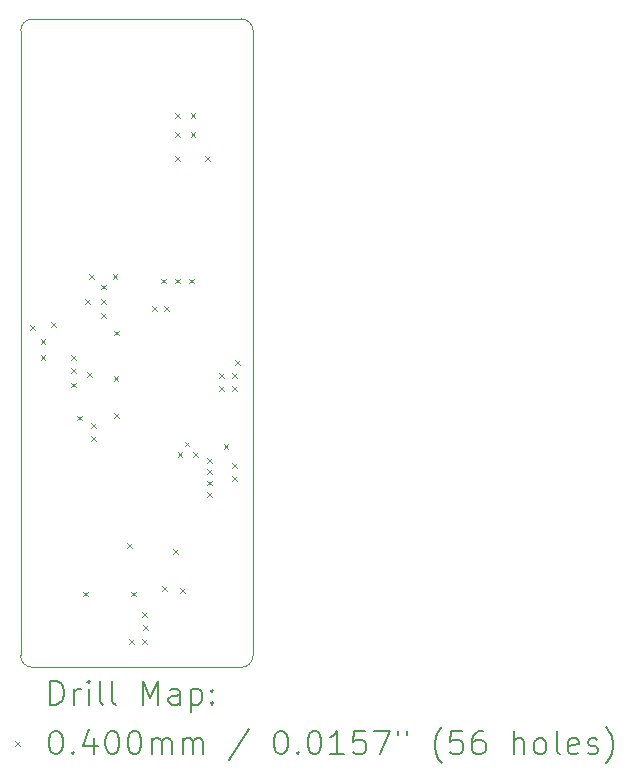
<source format=gbr>
%TF.GenerationSoftware,KiCad,Pcbnew,(6.0.7-1)-1*%
%TF.CreationDate,2022-09-21T15:36:25+10:00*%
%TF.ProjectId,open_jip,6f70656e-5f6a-4697-902e-6b696361645f,rev?*%
%TF.SameCoordinates,Original*%
%TF.FileFunction,Drillmap*%
%TF.FilePolarity,Positive*%
%FSLAX45Y45*%
G04 Gerber Fmt 4.5, Leading zero omitted, Abs format (unit mm)*
G04 Created by KiCad (PCBNEW (6.0.7-1)-1) date 2022-09-21 15:36:25*
%MOMM*%
%LPD*%
G01*
G04 APERTURE LIST*
%ADD10C,0.100000*%
%ADD11C,0.200000*%
%ADD12C,0.040000*%
G04 APERTURE END LIST*
D10*
X11549289Y-12370000D02*
X11549289Y-7080711D01*
X9680711Y-6980711D02*
G75*
G03*
X9580711Y-7080711I-1J-99999D01*
G01*
X9580000Y-7080000D02*
X9580000Y-12370000D01*
X11549289Y-7080711D02*
G75*
G03*
X11449289Y-6980711I-99999J1D01*
G01*
X11449289Y-12469999D02*
G75*
G03*
X11549289Y-12370000I1J99999D01*
G01*
X11449289Y-6980711D02*
X9680711Y-6980711D01*
X9580000Y-12370000D02*
G75*
G03*
X9680000Y-12470000I100000J0D01*
G01*
X11410000Y-12470000D02*
X11449289Y-12470000D01*
X9680000Y-12470000D02*
X11410000Y-12470000D01*
D11*
D12*
X9660000Y-9570000D02*
X9700000Y-9610000D01*
X9700000Y-9570000D02*
X9660000Y-9610000D01*
X9750000Y-9690000D02*
X9790000Y-9730000D01*
X9790000Y-9690000D02*
X9750000Y-9730000D01*
X9750000Y-9830000D02*
X9790000Y-9870000D01*
X9790000Y-9830000D02*
X9750000Y-9870000D01*
X9840000Y-9550000D02*
X9880000Y-9590000D01*
X9880000Y-9550000D02*
X9840000Y-9590000D01*
X10010000Y-9830000D02*
X10050000Y-9870000D01*
X10050000Y-9830000D02*
X10010000Y-9870000D01*
X10010000Y-9940000D02*
X10050000Y-9980000D01*
X10050000Y-9940000D02*
X10010000Y-9980000D01*
X10010000Y-10060000D02*
X10050000Y-10100000D01*
X10050000Y-10060000D02*
X10010000Y-10100000D01*
X10060000Y-10340000D02*
X10100000Y-10380000D01*
X10100000Y-10340000D02*
X10060000Y-10380000D01*
X10110000Y-11830000D02*
X10150000Y-11870000D01*
X10150000Y-11830000D02*
X10110000Y-11870000D01*
X10130000Y-9350000D02*
X10170000Y-9390000D01*
X10170000Y-9350000D02*
X10130000Y-9390000D01*
X10145000Y-9970000D02*
X10185000Y-10010000D01*
X10185000Y-9970000D02*
X10145000Y-10010000D01*
X10160000Y-9140000D02*
X10200000Y-9180000D01*
X10200000Y-9140000D02*
X10160000Y-9180000D01*
X10180000Y-10400000D02*
X10220000Y-10440000D01*
X10220000Y-10400000D02*
X10180000Y-10440000D01*
X10180000Y-10510000D02*
X10220000Y-10550000D01*
X10220000Y-10510000D02*
X10180000Y-10550000D01*
X10260000Y-9230000D02*
X10300000Y-9270000D01*
X10300000Y-9230000D02*
X10260000Y-9270000D01*
X10260000Y-9350000D02*
X10300000Y-9390000D01*
X10300000Y-9350000D02*
X10260000Y-9390000D01*
X10260000Y-9470000D02*
X10300000Y-9510000D01*
X10300000Y-9470000D02*
X10260000Y-9510000D01*
X10360000Y-9140000D02*
X10400000Y-9180000D01*
X10400000Y-9140000D02*
X10360000Y-9180000D01*
X10368750Y-10005000D02*
X10408750Y-10045000D01*
X10408750Y-10005000D02*
X10368750Y-10045000D01*
X10370000Y-9620000D02*
X10410000Y-9660000D01*
X10410000Y-9620000D02*
X10370000Y-9660000D01*
X10370000Y-10320000D02*
X10410000Y-10360000D01*
X10410000Y-10320000D02*
X10370000Y-10360000D01*
X10480000Y-11420000D02*
X10520000Y-11460000D01*
X10520000Y-11420000D02*
X10480000Y-11460000D01*
X10500000Y-12230000D02*
X10540000Y-12270000D01*
X10540000Y-12230000D02*
X10500000Y-12270000D01*
X10516619Y-11829480D02*
X10556619Y-11869480D01*
X10556619Y-11829480D02*
X10516619Y-11869480D01*
X10609576Y-12000424D02*
X10649576Y-12040424D01*
X10649576Y-12000424D02*
X10609576Y-12040424D01*
X10610000Y-12230000D02*
X10650000Y-12270000D01*
X10650000Y-12230000D02*
X10610000Y-12270000D01*
X10620000Y-12110000D02*
X10660000Y-12150000D01*
X10660000Y-12110000D02*
X10620000Y-12150000D01*
X10693750Y-9411250D02*
X10733750Y-9451250D01*
X10733750Y-9411250D02*
X10693750Y-9451250D01*
X10770000Y-9180000D02*
X10810000Y-9220000D01*
X10810000Y-9180000D02*
X10770000Y-9220000D01*
X10780000Y-11780000D02*
X10820000Y-11820000D01*
X10820000Y-11780000D02*
X10780000Y-11820000D01*
X10793750Y-9411250D02*
X10833750Y-9451250D01*
X10833750Y-9411250D02*
X10793750Y-9451250D01*
X10870000Y-11470000D02*
X10910000Y-11510000D01*
X10910000Y-11470000D02*
X10870000Y-11510000D01*
X10890000Y-7780000D02*
X10930000Y-7820000D01*
X10930000Y-7780000D02*
X10890000Y-7820000D01*
X10890000Y-7940000D02*
X10930000Y-7980000D01*
X10930000Y-7940000D02*
X10890000Y-7980000D01*
X10890000Y-8140000D02*
X10930000Y-8180000D01*
X10930000Y-8140000D02*
X10890000Y-8180000D01*
X10890000Y-9180000D02*
X10930000Y-9220000D01*
X10930000Y-9180000D02*
X10890000Y-9220000D01*
X10910000Y-10650000D02*
X10950000Y-10690000D01*
X10950000Y-10650000D02*
X10910000Y-10690000D01*
X10930000Y-11800000D02*
X10970000Y-11840000D01*
X10970000Y-11800000D02*
X10930000Y-11840000D01*
X10970000Y-10560000D02*
X11010000Y-10600000D01*
X11010000Y-10560000D02*
X10970000Y-10600000D01*
X11010000Y-9180000D02*
X11050000Y-9220000D01*
X11050000Y-9180000D02*
X11010000Y-9220000D01*
X11020000Y-7780000D02*
X11060000Y-7820000D01*
X11060000Y-7780000D02*
X11020000Y-7820000D01*
X11020000Y-7940000D02*
X11060000Y-7980000D01*
X11060000Y-7940000D02*
X11020000Y-7980000D01*
X11040000Y-10650000D02*
X11080000Y-10690000D01*
X11080000Y-10650000D02*
X11040000Y-10690000D01*
X11140000Y-8140000D02*
X11180000Y-8180000D01*
X11180000Y-8140000D02*
X11140000Y-8180000D01*
X11160000Y-10700000D02*
X11200000Y-10740000D01*
X11200000Y-10700000D02*
X11160000Y-10740000D01*
X11160000Y-10790000D02*
X11200000Y-10830000D01*
X11200000Y-10790000D02*
X11160000Y-10830000D01*
X11160000Y-10890000D02*
X11200000Y-10930000D01*
X11200000Y-10890000D02*
X11160000Y-10930000D01*
X11160000Y-10990000D02*
X11200000Y-11030000D01*
X11200000Y-10990000D02*
X11160000Y-11030000D01*
X11260000Y-9980000D02*
X11300000Y-10020000D01*
X11300000Y-9980000D02*
X11260000Y-10020000D01*
X11260000Y-10090000D02*
X11300000Y-10130000D01*
X11300000Y-10090000D02*
X11260000Y-10130000D01*
X11300000Y-10580000D02*
X11340000Y-10620000D01*
X11340000Y-10580000D02*
X11300000Y-10620000D01*
X11370000Y-9980000D02*
X11410000Y-10020000D01*
X11410000Y-9980000D02*
X11370000Y-10020000D01*
X11370000Y-10090000D02*
X11410000Y-10130000D01*
X11410000Y-10090000D02*
X11370000Y-10130000D01*
X11370000Y-10740000D02*
X11410000Y-10780000D01*
X11410000Y-10740000D02*
X11370000Y-10780000D01*
X11370000Y-10850000D02*
X11410000Y-10890000D01*
X11410000Y-10850000D02*
X11370000Y-10890000D01*
X11400000Y-9870000D02*
X11440000Y-9910000D01*
X11440000Y-9870000D02*
X11400000Y-9910000D01*
D11*
X9832619Y-12785476D02*
X9832619Y-12585476D01*
X9880238Y-12585476D01*
X9908810Y-12595000D01*
X9927857Y-12614048D01*
X9937381Y-12633095D01*
X9946905Y-12671190D01*
X9946905Y-12699762D01*
X9937381Y-12737857D01*
X9927857Y-12756905D01*
X9908810Y-12775952D01*
X9880238Y-12785476D01*
X9832619Y-12785476D01*
X10032619Y-12785476D02*
X10032619Y-12652143D01*
X10032619Y-12690238D02*
X10042143Y-12671190D01*
X10051667Y-12661667D01*
X10070714Y-12652143D01*
X10089762Y-12652143D01*
X10156429Y-12785476D02*
X10156429Y-12652143D01*
X10156429Y-12585476D02*
X10146905Y-12595000D01*
X10156429Y-12604524D01*
X10165952Y-12595000D01*
X10156429Y-12585476D01*
X10156429Y-12604524D01*
X10280238Y-12785476D02*
X10261190Y-12775952D01*
X10251667Y-12756905D01*
X10251667Y-12585476D01*
X10385000Y-12785476D02*
X10365952Y-12775952D01*
X10356429Y-12756905D01*
X10356429Y-12585476D01*
X10613571Y-12785476D02*
X10613571Y-12585476D01*
X10680238Y-12728333D01*
X10746905Y-12585476D01*
X10746905Y-12785476D01*
X10927857Y-12785476D02*
X10927857Y-12680714D01*
X10918333Y-12661667D01*
X10899286Y-12652143D01*
X10861190Y-12652143D01*
X10842143Y-12661667D01*
X10927857Y-12775952D02*
X10908810Y-12785476D01*
X10861190Y-12785476D01*
X10842143Y-12775952D01*
X10832619Y-12756905D01*
X10832619Y-12737857D01*
X10842143Y-12718809D01*
X10861190Y-12709286D01*
X10908810Y-12709286D01*
X10927857Y-12699762D01*
X11023095Y-12652143D02*
X11023095Y-12852143D01*
X11023095Y-12661667D02*
X11042143Y-12652143D01*
X11080238Y-12652143D01*
X11099286Y-12661667D01*
X11108810Y-12671190D01*
X11118333Y-12690238D01*
X11118333Y-12747381D01*
X11108810Y-12766428D01*
X11099286Y-12775952D01*
X11080238Y-12785476D01*
X11042143Y-12785476D01*
X11023095Y-12775952D01*
X11204048Y-12766428D02*
X11213571Y-12775952D01*
X11204048Y-12785476D01*
X11194524Y-12775952D01*
X11204048Y-12766428D01*
X11204048Y-12785476D01*
X11204048Y-12661667D02*
X11213571Y-12671190D01*
X11204048Y-12680714D01*
X11194524Y-12671190D01*
X11204048Y-12661667D01*
X11204048Y-12680714D01*
D12*
X9535000Y-13095000D02*
X9575000Y-13135000D01*
X9575000Y-13095000D02*
X9535000Y-13135000D01*
D11*
X9870714Y-13005476D02*
X9889762Y-13005476D01*
X9908810Y-13015000D01*
X9918333Y-13024524D01*
X9927857Y-13043571D01*
X9937381Y-13081667D01*
X9937381Y-13129286D01*
X9927857Y-13167381D01*
X9918333Y-13186428D01*
X9908810Y-13195952D01*
X9889762Y-13205476D01*
X9870714Y-13205476D01*
X9851667Y-13195952D01*
X9842143Y-13186428D01*
X9832619Y-13167381D01*
X9823095Y-13129286D01*
X9823095Y-13081667D01*
X9832619Y-13043571D01*
X9842143Y-13024524D01*
X9851667Y-13015000D01*
X9870714Y-13005476D01*
X10023095Y-13186428D02*
X10032619Y-13195952D01*
X10023095Y-13205476D01*
X10013571Y-13195952D01*
X10023095Y-13186428D01*
X10023095Y-13205476D01*
X10204048Y-13072143D02*
X10204048Y-13205476D01*
X10156429Y-12995952D02*
X10108810Y-13138809D01*
X10232619Y-13138809D01*
X10346905Y-13005476D02*
X10365952Y-13005476D01*
X10385000Y-13015000D01*
X10394524Y-13024524D01*
X10404048Y-13043571D01*
X10413571Y-13081667D01*
X10413571Y-13129286D01*
X10404048Y-13167381D01*
X10394524Y-13186428D01*
X10385000Y-13195952D01*
X10365952Y-13205476D01*
X10346905Y-13205476D01*
X10327857Y-13195952D01*
X10318333Y-13186428D01*
X10308810Y-13167381D01*
X10299286Y-13129286D01*
X10299286Y-13081667D01*
X10308810Y-13043571D01*
X10318333Y-13024524D01*
X10327857Y-13015000D01*
X10346905Y-13005476D01*
X10537381Y-13005476D02*
X10556429Y-13005476D01*
X10575476Y-13015000D01*
X10585000Y-13024524D01*
X10594524Y-13043571D01*
X10604048Y-13081667D01*
X10604048Y-13129286D01*
X10594524Y-13167381D01*
X10585000Y-13186428D01*
X10575476Y-13195952D01*
X10556429Y-13205476D01*
X10537381Y-13205476D01*
X10518333Y-13195952D01*
X10508810Y-13186428D01*
X10499286Y-13167381D01*
X10489762Y-13129286D01*
X10489762Y-13081667D01*
X10499286Y-13043571D01*
X10508810Y-13024524D01*
X10518333Y-13015000D01*
X10537381Y-13005476D01*
X10689762Y-13205476D02*
X10689762Y-13072143D01*
X10689762Y-13091190D02*
X10699286Y-13081667D01*
X10718333Y-13072143D01*
X10746905Y-13072143D01*
X10765952Y-13081667D01*
X10775476Y-13100714D01*
X10775476Y-13205476D01*
X10775476Y-13100714D02*
X10785000Y-13081667D01*
X10804048Y-13072143D01*
X10832619Y-13072143D01*
X10851667Y-13081667D01*
X10861190Y-13100714D01*
X10861190Y-13205476D01*
X10956429Y-13205476D02*
X10956429Y-13072143D01*
X10956429Y-13091190D02*
X10965952Y-13081667D01*
X10985000Y-13072143D01*
X11013571Y-13072143D01*
X11032619Y-13081667D01*
X11042143Y-13100714D01*
X11042143Y-13205476D01*
X11042143Y-13100714D02*
X11051667Y-13081667D01*
X11070714Y-13072143D01*
X11099286Y-13072143D01*
X11118333Y-13081667D01*
X11127857Y-13100714D01*
X11127857Y-13205476D01*
X11518333Y-12995952D02*
X11346905Y-13253095D01*
X11775476Y-13005476D02*
X11794524Y-13005476D01*
X11813571Y-13015000D01*
X11823095Y-13024524D01*
X11832619Y-13043571D01*
X11842143Y-13081667D01*
X11842143Y-13129286D01*
X11832619Y-13167381D01*
X11823095Y-13186428D01*
X11813571Y-13195952D01*
X11794524Y-13205476D01*
X11775476Y-13205476D01*
X11756428Y-13195952D01*
X11746905Y-13186428D01*
X11737381Y-13167381D01*
X11727857Y-13129286D01*
X11727857Y-13081667D01*
X11737381Y-13043571D01*
X11746905Y-13024524D01*
X11756428Y-13015000D01*
X11775476Y-13005476D01*
X11927857Y-13186428D02*
X11937381Y-13195952D01*
X11927857Y-13205476D01*
X11918333Y-13195952D01*
X11927857Y-13186428D01*
X11927857Y-13205476D01*
X12061190Y-13005476D02*
X12080238Y-13005476D01*
X12099286Y-13015000D01*
X12108809Y-13024524D01*
X12118333Y-13043571D01*
X12127857Y-13081667D01*
X12127857Y-13129286D01*
X12118333Y-13167381D01*
X12108809Y-13186428D01*
X12099286Y-13195952D01*
X12080238Y-13205476D01*
X12061190Y-13205476D01*
X12042143Y-13195952D01*
X12032619Y-13186428D01*
X12023095Y-13167381D01*
X12013571Y-13129286D01*
X12013571Y-13081667D01*
X12023095Y-13043571D01*
X12032619Y-13024524D01*
X12042143Y-13015000D01*
X12061190Y-13005476D01*
X12318333Y-13205476D02*
X12204048Y-13205476D01*
X12261190Y-13205476D02*
X12261190Y-13005476D01*
X12242143Y-13034048D01*
X12223095Y-13053095D01*
X12204048Y-13062619D01*
X12499286Y-13005476D02*
X12404048Y-13005476D01*
X12394524Y-13100714D01*
X12404048Y-13091190D01*
X12423095Y-13081667D01*
X12470714Y-13081667D01*
X12489762Y-13091190D01*
X12499286Y-13100714D01*
X12508809Y-13119762D01*
X12508809Y-13167381D01*
X12499286Y-13186428D01*
X12489762Y-13195952D01*
X12470714Y-13205476D01*
X12423095Y-13205476D01*
X12404048Y-13195952D01*
X12394524Y-13186428D01*
X12575476Y-13005476D02*
X12708809Y-13005476D01*
X12623095Y-13205476D01*
X12775476Y-13005476D02*
X12775476Y-13043571D01*
X12851667Y-13005476D02*
X12851667Y-13043571D01*
X13146905Y-13281667D02*
X13137381Y-13272143D01*
X13118333Y-13243571D01*
X13108809Y-13224524D01*
X13099286Y-13195952D01*
X13089762Y-13148333D01*
X13089762Y-13110238D01*
X13099286Y-13062619D01*
X13108809Y-13034048D01*
X13118333Y-13015000D01*
X13137381Y-12986428D01*
X13146905Y-12976905D01*
X13318333Y-13005476D02*
X13223095Y-13005476D01*
X13213571Y-13100714D01*
X13223095Y-13091190D01*
X13242143Y-13081667D01*
X13289762Y-13081667D01*
X13308809Y-13091190D01*
X13318333Y-13100714D01*
X13327857Y-13119762D01*
X13327857Y-13167381D01*
X13318333Y-13186428D01*
X13308809Y-13195952D01*
X13289762Y-13205476D01*
X13242143Y-13205476D01*
X13223095Y-13195952D01*
X13213571Y-13186428D01*
X13499286Y-13005476D02*
X13461190Y-13005476D01*
X13442143Y-13015000D01*
X13432619Y-13024524D01*
X13413571Y-13053095D01*
X13404048Y-13091190D01*
X13404048Y-13167381D01*
X13413571Y-13186428D01*
X13423095Y-13195952D01*
X13442143Y-13205476D01*
X13480238Y-13205476D01*
X13499286Y-13195952D01*
X13508809Y-13186428D01*
X13518333Y-13167381D01*
X13518333Y-13119762D01*
X13508809Y-13100714D01*
X13499286Y-13091190D01*
X13480238Y-13081667D01*
X13442143Y-13081667D01*
X13423095Y-13091190D01*
X13413571Y-13100714D01*
X13404048Y-13119762D01*
X13756428Y-13205476D02*
X13756428Y-13005476D01*
X13842143Y-13205476D02*
X13842143Y-13100714D01*
X13832619Y-13081667D01*
X13813571Y-13072143D01*
X13785000Y-13072143D01*
X13765952Y-13081667D01*
X13756428Y-13091190D01*
X13965952Y-13205476D02*
X13946905Y-13195952D01*
X13937381Y-13186428D01*
X13927857Y-13167381D01*
X13927857Y-13110238D01*
X13937381Y-13091190D01*
X13946905Y-13081667D01*
X13965952Y-13072143D01*
X13994524Y-13072143D01*
X14013571Y-13081667D01*
X14023095Y-13091190D01*
X14032619Y-13110238D01*
X14032619Y-13167381D01*
X14023095Y-13186428D01*
X14013571Y-13195952D01*
X13994524Y-13205476D01*
X13965952Y-13205476D01*
X14146905Y-13205476D02*
X14127857Y-13195952D01*
X14118333Y-13176905D01*
X14118333Y-13005476D01*
X14299286Y-13195952D02*
X14280238Y-13205476D01*
X14242143Y-13205476D01*
X14223095Y-13195952D01*
X14213571Y-13176905D01*
X14213571Y-13100714D01*
X14223095Y-13081667D01*
X14242143Y-13072143D01*
X14280238Y-13072143D01*
X14299286Y-13081667D01*
X14308809Y-13100714D01*
X14308809Y-13119762D01*
X14213571Y-13138809D01*
X14385000Y-13195952D02*
X14404048Y-13205476D01*
X14442143Y-13205476D01*
X14461190Y-13195952D01*
X14470714Y-13176905D01*
X14470714Y-13167381D01*
X14461190Y-13148333D01*
X14442143Y-13138809D01*
X14413571Y-13138809D01*
X14394524Y-13129286D01*
X14385000Y-13110238D01*
X14385000Y-13100714D01*
X14394524Y-13081667D01*
X14413571Y-13072143D01*
X14442143Y-13072143D01*
X14461190Y-13081667D01*
X14537381Y-13281667D02*
X14546905Y-13272143D01*
X14565952Y-13243571D01*
X14575476Y-13224524D01*
X14585000Y-13195952D01*
X14594524Y-13148333D01*
X14594524Y-13110238D01*
X14585000Y-13062619D01*
X14575476Y-13034048D01*
X14565952Y-13015000D01*
X14546905Y-12986428D01*
X14537381Y-12976905D01*
M02*

</source>
